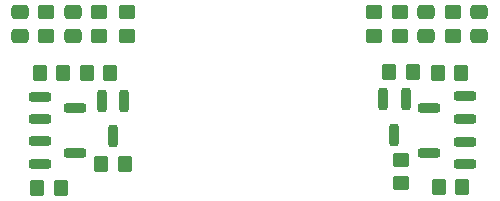
<source format=gtp>
G04 #@! TF.GenerationSoftware,KiCad,Pcbnew,9.0.4*
G04 #@! TF.CreationDate,2025-08-24T17:21:23+02:00*
G04 #@! TF.ProjectId,npn-pnp-h-bridge,6e706e2d-706e-4702-9d68-2d6272696467,rev?*
G04 #@! TF.SameCoordinates,Original*
G04 #@! TF.FileFunction,Paste,Top*
G04 #@! TF.FilePolarity,Positive*
%FSLAX46Y46*%
G04 Gerber Fmt 4.6, Leading zero omitted, Abs format (unit mm)*
G04 Created by KiCad (PCBNEW 9.0.4) date 2025-08-24 17:21:23*
%MOMM*%
%LPD*%
G01*
G04 APERTURE LIST*
G04 Aperture macros list*
%AMRoundRect*
0 Rectangle with rounded corners*
0 $1 Rounding radius*
0 $2 $3 $4 $5 $6 $7 $8 $9 X,Y pos of 4 corners*
0 Add a 4 corners polygon primitive as box body*
4,1,4,$2,$3,$4,$5,$6,$7,$8,$9,$2,$3,0*
0 Add four circle primitives for the rounded corners*
1,1,$1+$1,$2,$3*
1,1,$1+$1,$4,$5*
1,1,$1+$1,$6,$7*
1,1,$1+$1,$8,$9*
0 Add four rect primitives between the rounded corners*
20,1,$1+$1,$2,$3,$4,$5,0*
20,1,$1+$1,$4,$5,$6,$7,0*
20,1,$1+$1,$6,$7,$8,$9,0*
20,1,$1+$1,$8,$9,$2,$3,0*%
G04 Aperture macros list end*
%ADD10RoundRect,0.250000X-0.475000X0.337500X-0.475000X-0.337500X0.475000X-0.337500X0.475000X0.337500X0*%
%ADD11RoundRect,0.250000X-0.350000X-0.450000X0.350000X-0.450000X0.350000X0.450000X-0.350000X0.450000X0*%
%ADD12RoundRect,0.250000X0.350000X0.450000X-0.350000X0.450000X-0.350000X-0.450000X0.350000X-0.450000X0*%
%ADD13RoundRect,0.200000X-0.200000X0.750000X-0.200000X-0.750000X0.200000X-0.750000X0.200000X0.750000X0*%
%ADD14RoundRect,0.250000X-0.450000X0.350000X-0.450000X-0.350000X0.450000X-0.350000X0.450000X0.350000X0*%
%ADD15RoundRect,0.200000X-0.750000X-0.200000X0.750000X-0.200000X0.750000X0.200000X-0.750000X0.200000X0*%
%ADD16RoundRect,0.250000X0.450000X-0.350000X0.450000X0.350000X-0.450000X0.350000X-0.450000X-0.350000X0*%
%ADD17RoundRect,0.200000X0.750000X0.200000X-0.750000X0.200000X-0.750000X-0.200000X0.750000X-0.200000X0*%
G04 APERTURE END LIST*
D10*
G04 #@! TO.C,C3*
X185540725Y-90465414D03*
X185540725Y-92540414D03*
G04 #@! TD*
D11*
G04 #@! TO.C,R13*
X158000000Y-103400000D03*
X160000000Y-103400000D03*
G04 #@! TD*
G04 #@! TO.C,R12*
X186600000Y-105350000D03*
X188600000Y-105350000D03*
G04 #@! TD*
D12*
G04 #@! TO.C,R7*
X154800000Y-95660000D03*
X152800000Y-95660000D03*
G04 #@! TD*
G04 #@! TO.C,R11*
X154600000Y-105400000D03*
X152600000Y-105400000D03*
G04 #@! TD*
D10*
G04 #@! TO.C,C4*
X190040725Y-90465414D03*
X190040725Y-92540414D03*
G04 #@! TD*
D13*
G04 #@! TO.C,D5*
X159950000Y-98000000D03*
X158050000Y-98000000D03*
X159000000Y-101000000D03*
G04 #@! TD*
D14*
G04 #@! TO.C,R2*
X157848672Y-90505598D03*
X157848672Y-92505598D03*
G04 #@! TD*
D15*
G04 #@! TO.C,Q1*
X152800000Y-101450000D03*
X152800000Y-103350000D03*
X155800000Y-102400000D03*
G04 #@! TD*
G04 #@! TO.C,Q2*
X152800000Y-97675000D03*
X152800000Y-99575000D03*
X155800000Y-98625000D03*
G04 #@! TD*
D14*
G04 #@! TO.C,R14*
X183400000Y-103000000D03*
X183400000Y-105000000D03*
G04 #@! TD*
D11*
G04 #@! TO.C,R10*
X186502096Y-95658623D03*
X188502096Y-95658623D03*
G04 #@! TD*
D14*
G04 #@! TO.C,R5*
X183340725Y-90532914D03*
X183340725Y-92532914D03*
G04 #@! TD*
D11*
G04 #@! TO.C,R8*
X156800000Y-95660000D03*
X158800000Y-95660000D03*
G04 #@! TD*
D16*
G04 #@! TO.C,R4*
X181100000Y-92532914D03*
X181100000Y-90532914D03*
G04 #@! TD*
D13*
G04 #@! TO.C,D6*
X183796175Y-97908311D03*
X181896175Y-97908311D03*
X182846175Y-100908311D03*
G04 #@! TD*
D14*
G04 #@! TO.C,R6*
X187840725Y-90532914D03*
X187840725Y-92532914D03*
G04 #@! TD*
D10*
G04 #@! TO.C,C2*
X155648672Y-90498098D03*
X155648672Y-92573098D03*
G04 #@! TD*
D17*
G04 #@! TO.C,Q3*
X188800000Y-103400000D03*
X188800000Y-101500000D03*
X185800000Y-102450000D03*
G04 #@! TD*
D10*
G04 #@! TO.C,C1*
X151182422Y-90498098D03*
X151182422Y-92573098D03*
G04 #@! TD*
D14*
G04 #@! TO.C,R1*
X153382422Y-90505598D03*
X153382422Y-92505598D03*
G04 #@! TD*
D17*
G04 #@! TO.C,Q4*
X188800000Y-99550000D03*
X188800000Y-97650000D03*
X185800000Y-98600000D03*
G04 #@! TD*
D16*
G04 #@! TO.C,R3*
X160200000Y-92535598D03*
X160200000Y-90535598D03*
G04 #@! TD*
D11*
G04 #@! TO.C,R9*
X182400000Y-95600000D03*
X184400000Y-95600000D03*
G04 #@! TD*
M02*

</source>
